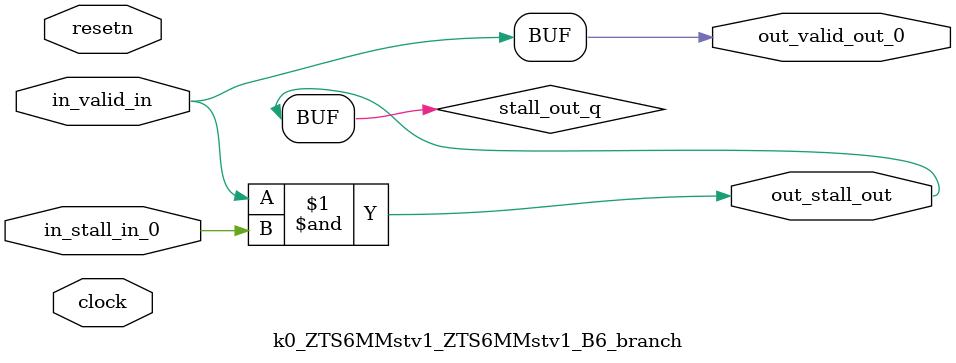
<source format=sv>



(* altera_attribute = "-name AUTO_SHIFT_REGISTER_RECOGNITION OFF; -name MESSAGE_DISABLE 10036; -name MESSAGE_DISABLE 10037; -name MESSAGE_DISABLE 14130; -name MESSAGE_DISABLE 14320; -name MESSAGE_DISABLE 15400; -name MESSAGE_DISABLE 14130; -name MESSAGE_DISABLE 10036; -name MESSAGE_DISABLE 12020; -name MESSAGE_DISABLE 12030; -name MESSAGE_DISABLE 12010; -name MESSAGE_DISABLE 12110; -name MESSAGE_DISABLE 14320; -name MESSAGE_DISABLE 13410; -name MESSAGE_DISABLE 113007; -name MESSAGE_DISABLE 10958" *)
module k0_ZTS6MMstv1_ZTS6MMstv1_B6_branch (
    input wire [0:0] in_stall_in_0,
    input wire [0:0] in_valid_in,
    output wire [0:0] out_stall_out,
    output wire [0:0] out_valid_out_0,
    input wire clock,
    input wire resetn
    );

    wire [0:0] stall_out_q;


    // stall_out(LOGICAL,6)
    assign stall_out_q = in_valid_in & in_stall_in_0;

    // out_stall_out(GPOUT,4)
    assign out_stall_out = stall_out_q;

    // out_valid_out_0(GPOUT,5)
    assign out_valid_out_0 = in_valid_in;

endmodule

</source>
